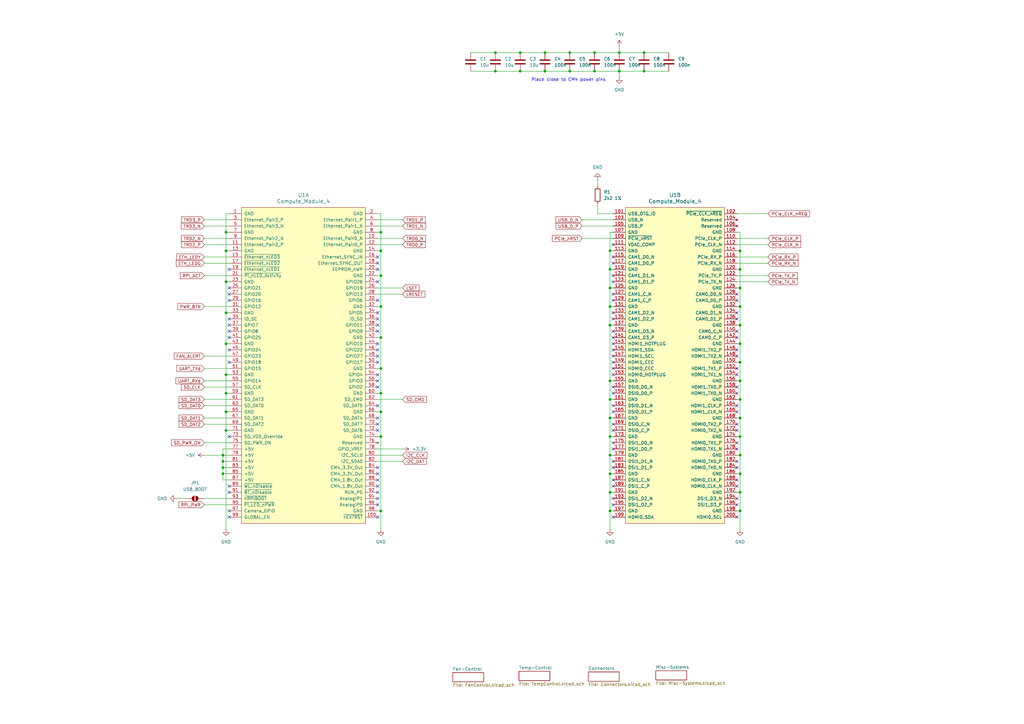
<source format=kicad_sch>
(kicad_sch (version 20231120) (generator "eeschema") (generator_version "8.0")
  (paper "A3")
  (title_block (title "JBOD RPi CM4 Control Board - CM4") (date "2024-10-05") (rev "1") (company "N3ttX"))
  (lib_symbols
    (symbol "Custom_Symbols:Compute_Module_4" (pin_names (offset 1.016))
      (property "Reference" "U" (at 5.08 6.35 0))
      (property "Value" "Compute_Module_4" (at 5.08 3.81 0))
      (symbol "Compute_Module_4_1_1"
        (rectangle (start 5.08 2.54) (end 55.88 -127) (fill (type background)))
        (pin power_in line (at 0 0 0) (length 5.08) (name "GND") (number "1"))
        (pin passive line (at 60.96 -10.16 180) (length 5.08) (name "Ethernet_Pair0_N") (number "10"))
        (pin output line (at 60.96 -124.46 180) (length 5.08) (name "~{nEXTRST}") (number "100"))
        (pin passive line (at 0 -12.7 0) (length 5.08) (name "Ethernet_Pair2_P") (number "11"))
        (pin passive line (at 60.96 -12.7 180) (length 5.08) (name "Ethernet_Pair0_P") (number "12"))
        (pin power_in line (at 0 -15.24 0) (length 5.08) (name "GND") (number "13"))
        (pin power_in line (at 60.96 -15.24 180) (length 5.08) (name "GND") (number "14"))
        (pin output line (at 0 -17.78 0) (length 5.08) (name "~{Ethernet_nLED3}") (number "15"))
        (pin input line (at 60.96 -17.78 180) (length 5.08) (name "Ethernet_SYNC_IN") (number "16"))
        (pin output line (at 0 -20.32 0) (length 5.08) (name "~{Ethernet_nLED2}") (number "17"))
        (pin input line (at 60.96 -20.32 180) (length 5.08) (name "Ethernet_SYNC_OUT") (number "18"))
        (pin output line (at 0 -22.86 0) (length 5.08) (name "~{Ethernet_nLED1}") (number "19"))
        (pin power_in line (at 60.96 0 180) (length 5.08) (name "GND") (number "2"))
        (pin passive line (at 60.96 -22.86 180) (length 5.08) (name "EEPROM_nWP") (number "20"))
        (pin open_collector line (at 0 -25.4 0) (length 5.08) (name "~{Pi_nLED_Activity}") (number "21"))
        (pin power_in line (at 60.96 -25.4 180) (length 5.08) (name "GND") (number "22"))
        (pin power_in line (at 0 -27.94 0) (length 5.08) (name "GND") (number "23"))
        (pin passive line (at 60.96 -27.94 180) (length 5.08) (name "GPIO26") (number "24"))
        (pin passive line (at 0 -30.48 0) (length 5.08) (name "GPIO21") (number "25"))
        (pin passive line (at 60.96 -30.48 180) (length 5.08) (name "GPIO19") (number "26"))
        (pin passive line (at 0 -33.02 0) (length 5.08) (name "GPIO20") (number "27"))
        (pin passive line (at 60.96 -33.02 180) (length 5.08) (name "GPIO13") (number "28"))
        (pin passive line (at 0 -35.56 0) (length 5.08) (name "GPIO16") (number "29"))
        (pin passive line (at 0 -2.54 0) (length 5.08) (name "Ethernet_Pair3_P") (number "3"))
        (pin passive line (at 60.96 -35.56 180) (length 5.08) (name "GPIO6") (number "30"))
        (pin passive line (at 0 -38.1 0) (length 5.08) (name "GPIO12") (number "31"))
        (pin power_in line (at 60.96 -38.1 180) (length 5.08) (name "GND") (number "32"))
        (pin power_in line (at 0 -40.64 0) (length 5.08) (name "GND") (number "33"))
        (pin passive line (at 60.96 -40.64 180) (length 5.08) (name "GPIO5") (number "34"))
        (pin passive line (at 0 -43.18 0) (length 5.08) (name "ID_SC") (number "35"))
        (pin passive line (at 60.96 -43.18 180) (length 5.08) (name "ID_SD") (number "36"))
        (pin passive line (at 0 -45.72 0) (length 5.08) (name "GPIO7") (number "37"))
        (pin passive line (at 60.96 -45.72 180) (length 5.08) (name "GPIO11") (number "38"))
        (pin passive line (at 0 -48.26 0) (length 5.08) (name "GPIO8") (number "39"))
        (pin passive line (at 60.96 -2.54 180) (length 5.08) (name "Ethernet_Pair1_P") (number "4"))
        (pin passive line (at 60.96 -48.26 180) (length 5.08) (name "GPIO9") (number "40"))
        (pin passive line (at 0 -50.8 0) (length 5.08) (name "GPIO25") (number "41"))
        (pin power_in line (at 60.96 -50.8 180) (length 5.08) (name "GND") (number "42"))
        (pin power_in line (at 0 -53.34 0) (length 5.08) (name "GND") (number "43"))
        (pin passive line (at 60.96 -53.34 180) (length 5.08) (name "GPIO10") (number "44"))
        (pin passive line (at 0 -55.88 0) (length 5.08) (name "GPIO24") (number "45"))
        (pin passive line (at 60.96 -55.88 180) (length 5.08) (name "GPIO22") (number "46"))
        (pin passive line (at 0 -58.42 0) (length 5.08) (name "GPIO23") (number "47"))
        (pin passive line (at 60.96 -58.42 180) (length 5.08) (name "GPIO27") (number "48"))
        (pin passive line (at 0 -60.96 0) (length 5.08) (name "GPIO18") (number "49"))
        (pin passive line (at 0 -5.08 0) (length 5.08) (name "Ethernet_Pair3_N") (number "5"))
        (pin passive line (at 60.96 -60.96 180) (length 5.08) (name "GPIO17") (number "50"))
        (pin passive line (at 0 -63.5 0) (length 5.08) (name "GPIO15") (number "51"))
        (pin power_in line (at 60.96 -63.5 180) (length 5.08) (name "GND") (number "52"))
        (pin power_in line (at 0 -66.04 0) (length 5.08) (name "GND") (number "53"))
        (pin passive line (at 60.96 -66.04 180) (length 5.08) (name "GPIO4") (number "54"))
        (pin passive line (at 0 -68.58 0) (length 5.08) (name "GPIO14") (number "55"))
        (pin passive line (at 60.96 -68.58 180) (length 5.08) (name "GPIO3") (number "56"))
        (pin passive line (at 0 -71.12 0) (length 5.08) (name "SD_CLK") (number "57"))
        (pin passive line (at 60.96 -71.12 180) (length 5.08) (name "GPIO2") (number "58"))
        (pin power_in line (at 0 -73.66 0) (length 5.08) (name "GND") (number "59"))
        (pin passive line (at 60.96 -5.08 180) (length 5.08) (name "Ethernet_Pair1_N") (number "6"))
        (pin power_in line (at 60.96 -73.66 180) (length 5.08) (name "GND") (number "60"))
        (pin passive line (at 0 -76.2 0) (length 5.08) (name "SD_DAT3") (number "61"))
        (pin passive line (at 60.96 -76.2 180) (length 5.08) (name "SD_CMD") (number "62"))
        (pin passive line (at 0 -78.74 0) (length 5.08) (name "SD_DAT0") (number "63"))
        (pin passive line (at 60.96 -78.74 180) (length 5.08) (name "SD_DAT5") (number "64"))
        (pin power_in line (at 0 -81.28 0) (length 5.08) (name "GND") (number "65"))
        (pin power_in line (at 60.96 -81.28 180) (length 5.08) (name "GND") (number "66"))
        (pin passive line (at 0 -83.82 0) (length 5.08) (name "SD_DAT1") (number "67"))
        (pin passive line (at 60.96 -83.82 180) (length 5.08) (name "SD_DAT4") (number "68"))
        (pin passive line (at 0 -86.36 0) (length 5.08) (name "SD_DAT2") (number "69"))
        (pin power_in line (at 0 -7.62 0) (length 5.08) (name "GND") (number "7"))
        (pin passive line (at 60.96 -86.36 180) (length 5.08) (name "SD_DAT7") (number "70"))
        (pin power_in line (at 0 -88.9 0) (length 5.08) (name "GND") (number "71"))
        (pin passive line (at 60.96 -88.9 180) (length 5.08) (name "SD_DAT6") (number "72"))
        (pin input line (at 0 -91.44 0) (length 5.08) (name "SD_VDD_Override") (number "73"))
        (pin power_in line (at 60.96 -91.44 180) (length 5.08) (name "GND") (number "74"))
        (pin output line (at 0 -93.98 0) (length 5.08) (name "SD_PWR_ON") (number "75"))
        (pin no_connect line (at 60.96 -93.98 180) (length 5.08) (name "Reserved") (number "76"))
        (pin power_in line (at 0 -96.52 0) (length 5.08) (name "+5V") (number "77"))
        (pin power_in line (at 60.96 -96.52 180) (length 5.08) (name "GPIO_VREF") (number "78"))
        (pin power_in line (at 0 -99.06 0) (length 5.08) (name "+5V") (number "79"))
        (pin power_in line (at 60.96 -7.62 180) (length 5.08) (name "GND") (number "8"))
        (pin bidirectional line (at 60.96 -99.06 180) (length 5.08) (name "I2C_SCL0") (number "80"))
        (pin power_in line (at 0 -101.6 0) (length 5.08) (name "+5V") (number "81"))
        (pin bidirectional line (at 60.96 -101.6 180) (length 5.08) (name "I2C_SDA0") (number "82"))
        (pin power_in line (at 0 -104.14 0) (length 5.08) (name "+5V") (number "83"))
        (pin power_out line (at 60.96 -104.14 180) (length 5.08) (name "CM4_3.3V_Out") (number "84"))
        (pin power_in line (at 0 -106.68 0) (length 5.08) (name "+5V") (number "85"))
        (pin power_out line (at 60.96 -106.68 180) (length 5.08) (name "CM4_3.3V_Out") (number "86"))
        (pin power_in line (at 0 -109.22 0) (length 5.08) (name "+5V") (number "87"))
        (pin power_out line (at 60.96 -109.22 180) (length 5.08) (name "CM4_1.8V_Out") (number "88"))
        (pin input line (at 0 -111.76 0) (length 5.08) (name "~{WL_nDisable}") (number "89"))
        (pin passive line (at 0 -10.16 0) (length 5.08) (name "Ethernet_Pair2_N") (number "9"))
        (pin power_out line (at 60.96 -111.76 180) (length 5.08) (name "CM4_1.8V_Out") (number "90"))
        (pin input line (at 0 -114.3 0) (length 5.08) (name "~{BT_nDisable}") (number "91"))
        (pin passive line (at 60.96 -114.3 180) (length 5.08) (name "RUN_PG") (number "92"))
        (pin input line (at 0 -116.84 0) (length 5.08) (name "~{nRPIBOOT}") (number "93"))
        (pin passive line (at 60.96 -116.84 180) (length 5.08) (name "AnalogIP1") (number "94"))
        (pin output line (at 0 -119.38 0) (length 5.08) (name "~{PI_LED_nPWR}") (number "95"))
        (pin passive line (at 60.96 -119.38 180) (length 5.08) (name "AnalogIP0") (number "96"))
        (pin passive line (at 0 -121.92 0) (length 5.08) (name "Camera_GPIO") (number "97"))
        (pin power_in line (at 60.96 -121.92 180) (length 5.08) (name "GND") (number "98"))
        (pin input line (at 0 -124.46 0) (length 5.08) (name "GLOBAL_EN") (number "99"))
      )
      (symbol "Compute_Module_4_2_1"
        (rectangle (start 5.08 2.54) (end 45.72 -127) (fill (type background)))
        (pin input line (at 0 0 0) (length 5.08) (name "USB_OTG_ID") (number "101"))
        (pin input line (at 50.8 0 180) (length 5.08) (name "~{PCIe_CLK_nREQ}") (number "102"))
        (pin passive line (at 0 -2.54 0) (length 5.08) (name "USB_N") (number "103"))
        (pin no_connect line (at 50.8 -2.54 180) (length 5.08) (name "Reserved") (number "104"))
        (pin passive line (at 0 -5.08 0) (length 5.08) (name "USB_P") (number "105"))
        (pin no_connect line (at 50.8 -5.08 180) (length 5.08) (name "Reserved") (number "106"))
        (pin power_in line (at 0 -7.62 0) (length 5.08) (name "GND") (number "107"))
        (pin power_in line (at 50.8 -7.62 180) (length 5.08) (name "GND") (number "108"))
        (pin output line (at 0 -10.16 0) (length 5.08) (name "~{PCIe_nRST}") (number "109"))
        (pin output line (at 50.8 -10.16 180) (length 5.08) (name "PCIe_CLK_P") (number "110"))
        (pin output line (at 0 -12.7 0) (length 5.08) (name "VDAC_COMP") (number "111"))
        (pin output line (at 50.8 -12.7 180) (length 5.08) (name "PCIe_CLK_N") (number "112"))
        (pin power_in line (at 0 -15.24 0) (length 5.08) (name "GND") (number "113"))
        (pin power_in line (at 50.8 -15.24 180) (length 5.08) (name "GND") (number "114"))
        (pin input line (at 0 -17.78 0) (length 5.08) (name "CAM1_D0_N") (number "115"))
        (pin input line (at 50.8 -17.78 180) (length 5.08) (name "PCIe_RX_P") (number "116"))
        (pin input line (at 0 -20.32 0) (length 5.08) (name "CAM1_D0_P") (number "117"))
        (pin input line (at 50.8 -20.32 180) (length 5.08) (name "PCIe_RX_N") (number "118"))
        (pin power_in line (at 0 -22.86 0) (length 5.08) (name "GND") (number "119"))
        (pin power_in line (at 50.8 -22.86 180) (length 5.08) (name "GND") (number "120"))
        (pin input line (at 0 -25.4 0) (length 5.08) (name "CAM1_D1_N") (number "121"))
        (pin output line (at 50.8 -25.4 180) (length 5.08) (name "PCIe_TX_P") (number "122"))
        (pin input line (at 0 -27.94 0) (length 5.08) (name "CAM1_D1_P") (number "123"))
        (pin output line (at 50.8 -27.94 180) (length 5.08) (name "PCIe_TX_N") (number "124"))
        (pin power_in line (at 0 -30.48 0) (length 5.08) (name "GND") (number "125"))
        (pin power_in line (at 50.8 -30.48 180) (length 5.08) (name "GND") (number "126"))
        (pin input line (at 0 -33.02 0) (length 5.08) (name "CAM1_C_N") (number "127"))
        (pin input line (at 50.8 -33.02 180) (length 5.08) (name "CAM0_D0_N") (number "128"))
        (pin input line (at 0 -35.56 0) (length 5.08) (name "CAM1_C_P") (number "129"))
        (pin input line (at 50.8 -35.56 180) (length 5.08) (name "CAM0_D0_P") (number "130"))
        (pin power_in line (at 0 -38.1 0) (length 5.08) (name "GND") (number "131"))
        (pin power_in line (at 50.8 -38.1 180) (length 5.08) (name "GND") (number "132"))
        (pin input line (at 0 -40.64 0) (length 5.08) (name "CAM1_D2_N") (number "133"))
        (pin input line (at 50.8 -40.64 180) (length 5.08) (name "CAM0_D1_N") (number "134"))
        (pin input line (at 0 -43.18 0) (length 5.08) (name "CAM1_D2_P") (number "135"))
        (pin input line (at 50.8 -43.18 180) (length 5.08) (name "CAM0_D1_P") (number "136"))
        (pin power_in line (at 0 -45.72 0) (length 5.08) (name "GND") (number "137"))
        (pin power_in line (at 50.8 -45.72 180) (length 5.08) (name "GND") (number "138"))
        (pin input line (at 0 -48.26 0) (length 5.08) (name "CAM1_D3_N") (number "139"))
        (pin input line (at 50.8 -48.26 180) (length 5.08) (name "CAM0_C_N") (number "140"))
        (pin input line (at 0 -50.8 0) (length 5.08) (name "CAM1_D3_P") (number "141"))
        (pin input line (at 50.8 -50.8 180) (length 5.08) (name "CAM0_C_P") (number "142"))
        (pin input line (at 0 -53.34 0) (length 5.08) (name "HDMI1_HOTPLUG") (number "143"))
        (pin power_in line (at 50.8 -53.34 180) (length 5.08) (name "GND") (number "144"))
        (pin bidirectional line (at 0 -55.88 0) (length 5.08) (name "HDMI1_SDA") (number "145"))
        (pin output line (at 50.8 -55.88 180) (length 5.08) (name "HDMI1_TX2_P") (number "146"))
        (pin open_collector line (at 0 -58.42 0) (length 5.08) (name "HDMI1_SCL") (number "147"))
        (pin output line (at 50.8 -58.42 180) (length 5.08) (name "HDMI1_TX2_N") (number "148"))
        (pin open_collector line (at 0 -60.96 0) (length 5.08) (name "HDMI1_CEC") (number "149"))
        (pin power_in line (at 50.8 -60.96 180) (length 5.08) (name "GND") (number "150"))
        (pin open_collector line (at 0 -63.5 0) (length 5.08) (name "HDMI0_CEC") (number "151"))
        (pin output line (at 50.8 -63.5 180) (length 5.08) (name "HDMI1_TX1_P") (number "152"))
        (pin input line (at 0 -66.04 0) (length 5.08) (name "HDMI0_HOTPLUG") (number "153"))
        (pin output line (at 50.8 -66.04 180) (length 5.08) (name "HDMI1_TX1_N") (number "154"))
        (pin power_in line (at 0 -68.58 0) (length 5.08) (name "GND") (number "155"))
        (pin power_in line (at 50.8 -68.58 180) (length 5.08) (name "GND") (number "156"))
        (pin output line (at 0 -71.12 0) (length 5.08) (name "DSI0_D0_N") (number "157"))
        (pin output line (at 50.8 -71.12 180) (length 5.08) (name "HDMI1_TX0_P") (number "158"))
        (pin output line (at 0 -73.66 0) (length 5.08) (name "DSI0_D0_P") (number "159"))
        (pin output line (at 50.8 -73.66 180) (length 5.08) (name "HDMI1_TX0_N") (number "160"))
        (pin power_in line (at 0 -76.2 0) (length 5.08) (name "GND") (number "161"))
        (pin power_in line (at 50.8 -76.2 180) (length 5.08) (name "GND") (number "162"))
        (pin output line (at 0 -78.74 0) (length 5.08) (name "DSI0_D1_N") (number "163"))
        (pin output line (at 50.8 -78.74 180) (length 5.08) (name "HDMI1_CLK_P") (number "164"))
        (pin output line (at 0 -81.28 0) (length 5.08) (name "DSI0_D1_P") (number "165"))
        (pin output line (at 50.8 -81.28 180) (length 5.08) (name "HDMI1_CLK_N") (number "166"))
        (pin power_in line (at 0 -83.82 0) (length 5.08) (name "GND") (number "167"))
        (pin power_in line (at 50.8 -83.82 180) (length 5.08) (name "GND") (number "168"))
        (pin output line (at 0 -86.36 0) (length 5.08) (name "DSI0_C_N") (number "169"))
        (pin output line (at 50.8 -86.36 180) (length 5.08) (name "HDMI0_TX2_P") (number "170"))
        (pin output line (at 0 -88.9 0) (length 5.08) (name "DSI0_C_P") (number "171"))
        (pin output line (at 50.8 -88.9 180) (length 5.08) (name "HDMI0_TX2_N") (number "172"))
        (pin power_in line (at 0 -91.44 0) (length 5.08) (name "GND") (number "173"))
        (pin power_in line (at 50.8 -91.44 180) (length 5.08) (name "GND") (number "174"))
        (pin output line (at 0 -93.98 0) (length 5.08) (name "DSI1_D0_N") (number "175"))
        (pin output line (at 50.8 -93.98 180) (length 5.08) (name "HDMI0_TX1_P") (number "176"))
        (pin output line (at 0 -96.52 0) (length 5.08) (name "DSI1_D0_P") (number "177"))
        (pin output line (at 50.8 -96.52 180) (length 5.08) (name "HDMI0_TX1_N") (number "178"))
        (pin power_in line (at 0 -99.06 0) (length 5.08) (name "GND") (number "179"))
        (pin power_in line (at 50.8 -99.06 180) (length 5.08) (name "GND") (number "180"))
        (pin output line (at 0 -101.6 0) (length 5.08) (name "DSI1_D1_N") (number "181"))
        (pin output line (at 50.8 -101.6 180) (length 5.08) (name "HDMI0_TX0_P") (number "182"))
        (pin output line (at 0 -104.14 0) (length 5.08) (name "DSI1_D1_P") (number "183"))
        (pin output line (at 50.8 -104.14 180) (length 5.08) (name "HDMI0_TX0_N") (number "184"))
        (pin power_in line (at 0 -106.68 0) (length 5.08) (name "GND") (number "185"))
        (pin power_in line (at 50.8 -106.68 180) (length 5.08) (name "GND") (number "186"))
        (pin output line (at 0 -109.22 0) (length 5.08) (name "DSI1_C_N") (number "187"))
        (pin output line (at 50.8 -109.22 180) (length 5.08) (name "HDMI0_CLK_P") (number "188"))
        (pin output line (at 0 -111.76 0) (length 5.08) (name "DSI1_C_P") (number "189"))
        (pin output line (at 50.8 -111.76 180) (length 5.08) (name "HDMI0_CLK_N") (number "190"))
        (pin power_in line (at 0 -114.3 0) (length 5.08) (name "GND") (number "191"))
        (pin power_in line (at 50.8 -114.3 180) (length 5.08) (name "GND") (number "192"))
        (pin output line (at 0 -116.84 0) (length 5.08) (name "DSI1_D2_N") (number "193"))
        (pin output line (at 50.8 -116.84 180) (length 5.08) (name "DSI1_D3_N") (number "194"))
        (pin output line (at 0 -119.38 0) (length 5.08) (name "DSI1_D2_P") (number "195"))
        (pin output line (at 50.8 -119.38 180) (length 5.08) (name "DSI1_D3_P") (number "196"))
        (pin power_in line (at 0 -121.92 0) (length 5.08) (name "GND") (number "197"))
        (pin power_in line (at 50.8 -121.92 180) (length 5.08) (name "GND") (number "198"))
        (pin bidirectional line (at 0 -124.46 0) (length 5.08) (name "HDMI0_SDA") (number "199"))
        (pin open_collector line (at 50.8 -124.46 180) (length 5.08) (name "HDMI0_SCL") (number "200"))
      )
    )
    (symbol "Device1:R" (pin_numbers hide) (pin_names (offset 0))
      (property "Reference" "R" (at 2.032 0 90))
      (property "Value" "R" (at 0 0 90))
      (symbol "R_0_1"
        (rectangle (start -1.016 -2.54) (end 1.016 2.54) (stroke (width 0.254)))
      )
      (symbol "R_1_1"
        (pin passive line (at 0 3.81 270) (length 1.27) (name "~") (number "1"))
        (pin passive line (at 0 -3.81 90) (length 1.27) (name "~") (number "2"))
      )
    )
    (symbol "Device:C" (pin_numbers hide) (pin_names (offset 0.254))
      (property "Reference" "C" (at 0.635 2.54 0))
      (property "Value" "C" (at 0.635 -2.54 0))
      (symbol "C_0_1"
        (polyline (pts (xy -2.032 -0.762) (xy 2.032 -0.762)) (stroke (width 0.508)))
        (polyline (pts (xy -2.032 0.762) (xy 2.032 0.762)) (stroke (width 0.508)))
      )
      (symbol "C_1_1"
        (pin passive line (at 0 3.81 270) (length 2.794) (name "~") (number "1"))
        (pin passive line (at 0 -3.81 90) (length 2.794) (name "~") (number "2"))
      )
    )
    (symbol "Jumper:SolderJumper_2_Open" (pin_numbers hide) (pin_names (offset 0) hide) (exclude_from_sim yes) (in_bom no)
      (property "Reference" "JP" (at 0 2.032 0))
      (property "Value" "SolderJumper_2_Open" (at 0 -2.54 0))
      (symbol "SolderJumper_2_Open_0_1"
        (arc (start -0.254 1.016) (mid -1.2656 0) (end -0.254 -1.016))
        (arc (start -0.254 1.016) (mid -1.2656 0) (end -0.254 -1.016) (fill (type outline)))
        (polyline (pts (xy -0.254 1.016) (xy -0.254 -1.016)))
        (polyline (pts (xy 0.254 1.016) (xy 0.254 -1.016)))
        (arc (start 0.254 -1.016) (mid 1.2656 0) (end 0.254 1.016))
        (arc (start 0.254 -1.016) (mid 1.2656 0) (end 0.254 1.016) (fill (type outline)))
      )
      (symbol "SolderJumper_2_Open_1_1"
        (pin passive line (at -3.81 0 0) (length 2.54) (name "A") (number "1"))
        (pin passive line (at 3.81 0 180) (length 2.54) (name "B") (number "2"))
      )
    )
    (symbol "power:+3.3V" (power) (pin_numbers hide) (pin_names (offset 0) hide)
      (property "Value" "+3.3V" (at 0 3.556 0))
      (symbol "+3.3V_0_1"
        (polyline (pts (xy -0.762 1.27) (xy 0 2.54)))
        (polyline (pts (xy 0 0) (xy 0 2.54)))
        (polyline (pts (xy 0 2.54) (xy 0.762 1.27)))
      )
      (symbol "+3.3V_1_1"
        (pin power_in line (at 0 0 90) (length 0) (name "~") (number "1"))
      )
    )
    (symbol "power:+5V" (power) (pin_numbers hide) (pin_names (offset 0) hide)
      (property "Value" "+5V" (at 0 3.556 0))
      (symbol "+5V_0_1"
        (polyline (pts (xy -0.762 1.27) (xy 0 2.54)))
        (polyline (pts (xy 0 0) (xy 0 2.54)))
        (polyline (pts (xy 0 2.54) (xy 0.762 1.27)))
      )
      (symbol "+5V_1_1"
        (pin power_in line (at 0 0 90) (length 0) (name "~") (number "1"))
      )
    )
    (symbol "power:GND" (power) (pin_numbers hide) (pin_names (offset 0) hide)
      (property "Value" "GND" (at 0 -3.81 0))
      (symbol "GND_0_1"
        (polyline (pts (xy 0 0) (xy 0 -1.27) (xy 1.27 -1.27) (xy 0 -2.54) (xy -1.27 -1.27) (xy 0 -1.27)))
      )
      (symbol "GND_1_1"
        (pin power_in line (at 0 0 270) (length 0) (name "~") (number "1"))
      )
    )
  )
  (junction (at 303.53 179.07))
  (junction (at 91.44 191.77))
  (junction (at 250.19 194.31))
  (junction (at 250.19 209.55))
  (junction (at 92.71 102.87))
  (junction (at 303.53 118.11))
  (junction (at 156.21 95.25))
  (junction (at 243.84 21.59))
  (junction (at 303.53 133.35))
  (junction (at 303.53 186.69))
  (junction (at 250.19 156.21))
  (junction (at 303.53 163.83))
  (junction (at 303.53 209.55))
  (junction (at 303.53 110.49))
  (junction (at 156.21 179.07))
  (junction (at 213.36 29.21))
  (junction (at 156.21 161.29))
  (junction (at 250.19 163.83))
  (junction (at 250.19 125.73))
  (junction (at 264.16 29.21))
  (junction (at 250.19 110.49))
  (junction (at 156.21 138.43))
  (junction (at 92.71 95.25))
  (junction (at 303.53 194.31))
  (junction (at 264.16 21.59))
  (junction (at 250.19 201.93))
  (junction (at 303.53 102.87))
  (junction (at 92.71 168.91))
  (junction (at 250.19 186.69))
  (junction (at 303.53 148.59))
  (junction (at 91.44 194.31))
  (junction (at 156.21 125.73))
  (junction (at 250.19 171.45))
  (junction (at 91.44 186.69))
  (junction (at 92.71 161.29))
  (junction (at 254 21.59))
  (junction (at 92.71 115.57))
  (junction (at 303.53 140.97))
  (junction (at 92.71 140.97))
  (junction (at 223.52 29.21))
  (junction (at 156.21 151.13))
  (junction (at 92.71 176.53))
  (junction (at 203.2 29.21))
  (junction (at 250.19 118.11))
  (junction (at 156.21 102.87))
  (junction (at 156.21 209.55))
  (junction (at 303.53 125.73))
  (junction (at 92.71 128.27))
  (junction (at 92.71 153.67))
  (junction (at 250.19 179.07))
  (junction (at 243.84 29.21))
  (junction (at 203.2 21.59))
  (junction (at 223.52 21.59))
  (junction (at 156.21 113.03))
  (junction (at 254 29.21))
  (junction (at 213.36 21.59))
  (junction (at 91.44 189.23))
  (junction (at 250.19 133.35))
  (junction (at 303.53 156.21))
  (junction (at 250.19 102.87))
  (junction (at 156.21 168.91))
  (junction (at 233.68 29.21))
  (junction (at 233.68 21.59))
  (junction (at 303.53 171.45))
  (junction (at 303.53 201.93))
  (no_connect (at 302.26 128.27))
  (no_connect (at 93.98 212.09))
  (no_connect (at 302.26 146.05))
  (no_connect (at 154.94 194.31))
  (no_connect (at 154.94 158.75))
  (no_connect (at 154.94 173.99))
  (no_connect (at 93.98 209.55))
  (no_connect (at 251.46 146.05))
  (no_connect (at 251.46 161.29))
  (no_connect (at 302.26 199.39))
  (no_connect (at 154.94 107.95))
  (no_connect (at 302.26 191.77))
  (no_connect (at 154.94 156.21))
  (no_connect (at 251.46 184.15))
  (no_connect (at 251.46 151.13))
  (no_connect (at 251.46 123.19))
  (no_connect (at 251.46 207.01))
  (no_connect (at 302.26 173.99))
  (no_connect (at 93.98 138.43))
  (no_connect (at 302.26 153.67))
  (no_connect (at 154.94 128.27))
  (no_connect (at 302.26 176.53))
  (no_connect (at 251.46 148.59))
  (no_connect (at 251.46 113.03))
  (no_connect (at 251.46 105.41))
  (no_connect (at 154.94 201.93))
  (no_connect (at 302.26 212.09))
  (no_connect (at 154.94 207.01))
  (no_connect (at 154.94 153.67))
  (no_connect (at 154.94 130.81))
  (no_connect (at 251.46 176.53))
  (no_connect (at 251.46 166.37))
  (no_connect (at 302.26 161.29))
  (no_connect (at 251.46 130.81))
  (no_connect (at 154.94 204.47))
  (no_connect (at 251.46 196.85))
  (no_connect (at 154.94 105.41))
  (no_connect (at 154.94 148.59))
  (no_connect (at 93.98 199.39))
  (no_connect (at 154.94 191.77))
  (no_connect (at 251.46 191.77))
  (no_connect (at 93.98 148.59))
  (no_connect (at 154.94 135.89))
  (no_connect (at 154.94 166.37))
  (no_connect (at 302.26 151.13))
  (no_connect (at 251.46 204.47))
  (no_connect (at 93.98 120.65))
  (no_connect (at 251.46 128.27))
  (no_connect (at 302.26 123.19))
  (no_connect (at 302.26 196.85))
  (no_connect (at 251.46 120.65))
  (no_connect (at 302.26 138.43))
  (no_connect (at 93.98 110.49))
  (no_connect (at 251.46 199.39))
  (no_connect (at 302.26 120.65))
  (no_connect (at 251.46 189.23))
  (no_connect (at 154.94 199.39))
  (no_connect (at 154.94 171.45))
  (no_connect (at 251.46 181.61))
  (no_connect (at 154.94 146.05))
  (no_connect (at 302.26 184.15))
  (no_connect (at 154.94 123.19))
  (no_connect (at 93.98 133.35))
  (no_connect (at 302.26 158.75))
  (no_connect (at 93.98 118.11))
  (no_connect (at 302.26 168.91))
  (no_connect (at 251.46 138.43))
  (no_connect (at 251.46 212.09))
  (no_connect (at 93.98 201.93))
  (no_connect (at 93.98 135.89))
  (no_connect (at 154.94 140.97))
  (no_connect (at 302.26 135.89))
  (no_connect (at 251.46 143.51))
  (no_connect (at 251.46 158.75))
  (no_connect (at 154.94 133.35))
  (no_connect (at 154.94 176.53))
  (no_connect (at 154.94 115.57))
  (no_connect (at 154.94 196.85))
  (no_connect (at 302.26 181.61))
  (no_connect (at 154.94 212.09))
  (no_connect (at 302.26 130.81))
  (no_connect (at 302.26 166.37))
  (no_connect (at 154.94 143.51))
  (no_connect (at 93.98 143.51))
  (no_connect (at 251.46 115.57))
  (no_connect (at 93.98 179.07))
  (no_connect (at 251.46 173.99))
  (no_connect (at 251.46 100.33))
  (no_connect (at 302.26 207.01))
  (no_connect (at 93.98 130.81))
  (no_connect (at 251.46 107.95))
  (no_connect (at 154.94 110.49))
  (no_connect (at 302.26 189.23))
  (no_connect (at 302.26 204.47))
  (no_connect (at 302.26 143.51))
  (no_connect (at 251.46 153.67))
  (no_connect (at 251.46 168.91))
  (no_connect (at 251.46 140.97))
  (no_connect (at 251.46 135.89))
  (no_connect (at 93.98 123.19))
  (wire (pts (xy 193.04 29.21) (xy 203.2 29.21)))
  (wire (pts (xy 156.21 168.91) (xy 154.94 168.91)))
  (wire (pts (xy 243.84 21.59) (xy 254 21.59)))
  (wire (pts (xy 238.76 90.17) (xy 251.46 90.17)))
  (wire (pts (xy 254 29.21) (xy 254 31.75)))
  (wire (pts (xy 250.19 110.49) (xy 250.19 102.87)))
  (wire (pts (xy 91.44 194.31) (xy 91.44 196.85)))
  (wire (pts (xy 83.82 156.21) (xy 93.98 156.21)))
  (wire (pts (xy 92.71 161.29) (xy 92.71 153.67)))
  (wire (pts (xy 203.2 21.59) (xy 213.36 21.59)))
  (wire (pts (xy 250.19 156.21) (xy 251.46 156.21)))
  (wire (pts (xy 250.19 125.73) (xy 250.19 118.11)))
  (wire (pts (xy 303.53 125.73) (xy 303.53 118.11)))
  (wire (pts (xy 245.11 83.82) (xy 245.11 87.63)))
  (wire (pts (xy 302.26 100.33) (xy 314.96 100.33)))
  (wire (pts (xy 250.19 110.49) (xy 251.46 110.49)))
  (wire (pts (xy 303.53 118.11) (xy 303.53 110.49)))
  (wire (pts (xy 303.53 186.69) (xy 303.53 179.07)))
  (wire (pts (xy 156.21 151.13) (xy 156.21 138.43)))
  (wire (pts (xy 245.11 87.63) (xy 251.46 87.63)))
  (wire (pts (xy 156.21 161.29) (xy 154.94 161.29)))
  (wire (pts (xy 250.19 201.93) (xy 250.19 194.31)))
  (wire (pts (xy 254 21.59) (xy 264.16 21.59)))
  (wire (pts (xy 303.53 171.45) (xy 303.53 163.83)))
  (wire (pts (xy 203.2 29.21) (xy 213.36 29.21)))
  (wire (pts (xy 156.21 113.03) (xy 156.21 102.87)))
  (wire (pts (xy 302.26 156.21) (xy 303.53 156.21)))
  (wire (pts (xy 72.39 204.47) (xy 76.2 204.47)))
  (wire (pts (xy 264.16 21.59) (xy 274.32 21.59)))
  (wire (pts (xy 156.21 125.73) (xy 154.94 125.73)))
  (wire (pts (xy 302.26 186.69) (xy 303.53 186.69)))
  (wire (pts (xy 303.53 102.87) (xy 303.53 95.25)))
  (wire (pts (xy 154.94 118.11) (xy 165.1 118.11)))
  (wire (pts (xy 250.19 209.55) (xy 250.19 201.93)))
  (wire (pts (xy 154.94 100.33) (xy 165.1 100.33)))
  (wire (pts (xy 83.82 125.73) (xy 93.98 125.73)))
  (wire (pts (xy 91.44 191.77) (xy 93.98 191.77)))
  (wire (pts (xy 193.04 21.59) (xy 203.2 21.59)))
  (wire (pts (xy 92.71 140.97) (xy 93.98 140.97)))
  (wire (pts (xy 92.71 168.91) (xy 92.71 161.29)))
  (wire (pts (xy 92.71 176.53) (xy 92.71 168.91)))
  (wire (pts (xy 238.76 92.71) (xy 251.46 92.71)))
  (wire (pts (xy 92.71 128.27) (xy 93.98 128.27)))
  (wire (pts (xy 303.53 194.31) (xy 303.53 186.69)))
  (wire (pts (xy 83.82 105.41) (xy 93.98 105.41)))
  (wire (pts (xy 83.82 92.71) (xy 93.98 92.71)))
  (wire (pts (xy 91.44 189.23) (xy 91.44 191.77)))
  (wire (pts (xy 83.82 113.03) (xy 93.98 113.03)))
  (wire (pts (xy 92.71 102.87) (xy 93.98 102.87)))
  (wire (pts (xy 156.21 161.29) (xy 156.21 151.13)))
  (wire (pts (xy 91.44 186.69) (xy 93.98 186.69)))
  (wire (pts (xy 302.26 115.57) (xy 314.96 115.57)))
  (wire (pts (xy 156.21 87.63) (xy 154.94 87.63)))
  (wire (pts (xy 250.19 194.31) (xy 250.19 186.69)))
  (wire (pts (xy 92.71 168.91) (xy 93.98 168.91)))
  (wire (pts (xy 254 19.05) (xy 254 21.59)))
  (wire (pts (xy 302.26 118.11) (xy 303.53 118.11)))
  (wire (pts (xy 156.21 95.25) (xy 154.94 95.25)))
  (wire (pts (xy 250.19 179.07) (xy 251.46 179.07)))
  (wire (pts (xy 154.94 186.69) (xy 165.1 186.69)))
  (wire (pts (xy 83.82 204.47) (xy 93.98 204.47)))
  (wire (pts (xy 83.82 207.01) (xy 93.98 207.01)))
  (wire (pts (xy 156.21 113.03) (xy 154.94 113.03)))
  (wire (pts (xy 233.68 21.59) (xy 243.84 21.59)))
  (wire (pts (xy 302.26 133.35) (xy 303.53 133.35)))
  (wire (pts (xy 302.26 179.07) (xy 303.53 179.07)))
  (wire (pts (xy 303.53 201.93) (xy 303.53 194.31)))
  (wire (pts (xy 83.82 158.75) (xy 93.98 158.75)))
  (wire (pts (xy 156.21 102.87) (xy 156.21 95.25)))
  (wire (pts (xy 213.36 29.21) (xy 223.52 29.21)))
  (wire (pts (xy 250.19 118.11) (xy 250.19 110.49)))
  (wire (pts (xy 250.19 179.07) (xy 250.19 171.45)))
  (wire (pts (xy 154.94 120.65) (xy 165.1 120.65)))
  (wire (pts (xy 156.21 95.25) (xy 156.21 87.63)))
  (wire (pts (xy 250.19 194.31) (xy 251.46 194.31)))
  (wire (pts (xy 250.19 95.25) (xy 251.46 95.25)))
  (wire (pts (xy 92.71 95.25) (xy 93.98 95.25)))
  (wire (pts (xy 213.36 21.59) (xy 223.52 21.59)))
  (wire (pts (xy 92.71 140.97) (xy 92.71 128.27)))
  (wire (pts (xy 83.82 163.83) (xy 93.98 163.83)))
  (wire (pts (xy 303.53 140.97) (xy 303.53 133.35)))
  (wire (pts (xy 83.82 181.61) (xy 93.98 181.61)))
  (wire (pts (xy 156.21 125.73) (xy 156.21 113.03)))
  (wire (pts (xy 302.26 148.59) (xy 303.53 148.59)))
  (wire (pts (xy 303.53 163.83) (xy 303.53 156.21)))
  (wire (pts (xy 302.26 171.45) (xy 303.53 171.45)))
  (wire (pts (xy 83.82 90.17) (xy 93.98 90.17)))
  (wire (pts (xy 303.53 156.21) (xy 303.53 148.59)))
  (wire (pts (xy 303.53 179.07) (xy 303.53 171.45)))
  (wire (pts (xy 303.53 95.25) (xy 302.26 95.25)))
  (wire (pts (xy 156.21 179.07) (xy 156.21 168.91)))
  (wire (pts (xy 83.82 186.69) (xy 91.44 186.69)))
  (wire (pts (xy 303.53 110.49) (xy 303.53 102.87)))
  (wire (pts (xy 92.71 95.25) (xy 92.71 87.63)))
  (wire (pts (xy 250.19 171.45) (xy 251.46 171.45)))
  (wire (pts (xy 92.71 87.63) (xy 93.98 87.63)))
  (wire (pts (xy 91.44 191.77) (xy 91.44 194.31)))
  (wire (pts (xy 302.26 102.87) (xy 303.53 102.87)))
  (wire (pts (xy 156.21 168.91) (xy 156.21 161.29)))
  (wire (pts (xy 154.94 97.79) (xy 165.1 97.79)))
  (wire (pts (xy 154.94 90.17) (xy 165.1 90.17)))
  (wire (pts (xy 302.26 107.95) (xy 314.96 107.95)))
  (wire (pts (xy 250.19 186.69) (xy 251.46 186.69)))
  (wire (pts (xy 83.82 173.99) (xy 93.98 173.99)))
  (wire (pts (xy 156.21 138.43) (xy 156.21 125.73)))
  (wire (pts (xy 250.19 201.93) (xy 251.46 201.93)))
  (wire (pts (xy 254 29.21) (xy 264.16 29.21)))
  (wire (pts (xy 302.26 201.93) (xy 303.53 201.93)))
  (wire (pts (xy 92.71 102.87) (xy 92.71 95.25)))
  (wire (pts (xy 302.26 125.73) (xy 303.53 125.73)))
  (wire (pts (xy 303.53 217.17) (xy 303.53 209.55)))
  (wire (pts (xy 250.19 125.73) (xy 251.46 125.73)))
  (wire (pts (xy 250.19 102.87) (xy 250.19 95.25)))
  (wire (pts (xy 156.21 217.17) (xy 156.21 209.55)))
  (wire (pts (xy 302.26 87.63) (xy 314.96 87.63)))
  (wire (pts (xy 156.21 179.07) (xy 154.94 179.07)))
  (wire (pts (xy 92.71 128.27) (xy 92.71 115.57)))
  (wire (pts (xy 250.19 209.55) (xy 251.46 209.55)))
  (wire (pts (xy 92.71 217.17) (xy 92.71 176.53)))
  (wire (pts (xy 303.53 209.55) (xy 303.53 201.93)))
  (wire (pts (xy 243.84 29.21) (xy 254 29.21)))
  (wire (pts (xy 250.19 133.35) (xy 251.46 133.35)))
  (wire (pts (xy 91.44 196.85) (xy 93.98 196.85)))
  (wire (pts (xy 223.52 29.21) (xy 233.68 29.21)))
  (wire (pts (xy 250.19 163.83) (xy 250.19 156.21)))
  (wire (pts (xy 92.71 153.67) (xy 92.71 140.97)))
  (wire (pts (xy 264.16 29.21) (xy 274.32 29.21)))
  (wire (pts (xy 302.26 113.03) (xy 314.96 113.03)))
  (wire (pts (xy 233.68 29.21) (xy 243.84 29.21)))
  (wire (pts (xy 250.19 171.45) (xy 250.19 163.83)))
  (wire (pts (xy 302.26 163.83) (xy 303.53 163.83)))
  (wire (pts (xy 83.82 107.95) (xy 93.98 107.95)))
  (wire (pts (xy 303.53 148.59) (xy 303.53 140.97)))
  (wire (pts (xy 91.44 186.69) (xy 91.44 184.15)))
  (wire (pts (xy 250.19 133.35) (xy 250.19 125.73)))
  (wire (pts (xy 302.26 110.49) (xy 303.53 110.49)))
  (wire (pts (xy 156.21 138.43) (xy 154.94 138.43)))
  (wire (pts (xy 92.71 115.57) (xy 93.98 115.57)))
  (wire (pts (xy 250.19 163.83) (xy 251.46 163.83)))
  (wire (pts (xy 250.19 217.17) (xy 250.19 209.55)))
  (wire (pts (xy 156.21 102.87) (xy 154.94 102.87)))
  (wire (pts (xy 223.52 21.59) (xy 233.68 21.59)))
  (wire (pts (xy 156.21 209.55) (xy 154.94 209.55)))
  (wire (pts (xy 303.53 133.35) (xy 303.53 125.73)))
  (wire (pts (xy 92.71 176.53) (xy 93.98 176.53)))
  (wire (pts (xy 83.82 166.37) (xy 93.98 166.37)))
  (wire (pts (xy 83.82 171.45) (xy 93.98 171.45)))
  (wire (pts (xy 92.71 153.67) (xy 93.98 153.67)))
  (wire (pts (xy 302.26 97.79) (xy 314.96 97.79)))
  (wire (pts (xy 83.82 100.33) (xy 93.98 100.33)))
  (wire (pts (xy 92.71 115.57) (xy 92.71 102.87)))
  (wire (pts (xy 83.82 97.79) (xy 93.98 97.79)))
  (wire (pts (xy 302.26 194.31) (xy 303.53 194.31)))
  (wire (pts (xy 303.53 209.55) (xy 302.26 209.55)))
  (wire (pts (xy 245.11 73.66) (xy 245.11 76.2)))
  (wire (pts (xy 93.98 189.23) (xy 91.44 189.23)))
  (wire (pts (xy 154.94 189.23) (xy 165.1 189.23)))
  (wire (pts (xy 250.19 118.11) (xy 251.46 118.11)))
  (wire (pts (xy 83.82 146.05) (xy 93.98 146.05)))
  (wire (pts (xy 91.44 189.23) (xy 91.44 186.69)))
  (wire (pts (xy 250.19 186.69) (xy 250.19 179.07)))
  (wire (pts (xy 154.94 92.71) (xy 165.1 92.71)))
  (wire (pts (xy 156.21 151.13) (xy 154.94 151.13)))
  (wire (pts (xy 91.44 194.31) (xy 93.98 194.31)))
  (wire (pts (xy 92.71 161.29) (xy 93.98 161.29)))
  (wire (pts (xy 250.19 102.87) (xy 251.46 102.87)))
  (wire (pts (xy 156.21 209.55) (xy 156.21 179.07)))
  (wire (pts (xy 154.94 184.15) (xy 165.1 184.15)))
  (wire (pts (xy 238.76 97.79) (xy 251.46 97.79)))
  (wire (pts (xy 250.19 156.21) (xy 250.19 133.35)))
  (wire (pts (xy 302.26 105.41) (xy 314.96 105.41)))
  (wire (pts (xy 83.82 151.13) (xy 93.98 151.13)))
  (wire (pts (xy 154.94 163.83) (xy 165.1 163.83)))
  (wire (pts (xy 91.44 184.15) (xy 93.98 184.15)))
  (wire (pts (xy 302.26 140.97) (xy 303.53 140.97)))
  (text "Place close to CM4 power pins" (at 233.172 32.766 0) (effects (font (size 1.27 1.27))))
  (global_label "PCIe_CLK_P" (shape input) (at 314.96 97.79 0) (property "Intersheetrefs" "${INTERSHEET_REFS}" (effects (hide yes))))
  (global_label "PCIe_TX_N" (shape input) (at 314.96 115.57 0) (property "Intersheetrefs" "${INTERSHEET_REFS}" (effects (hide yes))))
  (global_label "PCIe_CLK_nREQ" (shape input) (at 314.96 87.63 0) (property "Intersheetrefs" "${INTERSHEET_REFS}" (effects (hide yes))))
  (global_label "PWR_BTN" (shape input) (at 83.82 125.73 180) (property "Intersheetrefs" "${INTERSHEET_REFS}" (effects (hide yes))))
  (global_label "SD_DAT3" (shape input) (at 83.82 163.83 180) (property "Intersheetrefs" "${INTERSHEET_REFS}" (effects (hide yes))))
  (global_label "TRD3_P" (shape input) (at 83.82 90.17 180) (property "Intersheetrefs" "${INTERSHEET_REFS}" (effects (hide yes))))
  (global_label "TRD3_N" (shape input) (at 83.82 92.71 180) (property "Intersheetrefs" "${INTERSHEET_REFS}" (effects (hide yes))))
  (global_label "PCIe_TX_P" (shape input) (at 314.96 113.03 0) (property "Intersheetrefs" "${INTERSHEET_REFS}" (effects (hide yes))))
  (global_label "TRD1_P" (shape input) (at 165.1 90.17 0) (property "Intersheetrefs" "${INTERSHEET_REFS}" (effects (hide yes))))
  (global_label "UART_RXd" (shape input) (at 83.82 156.21 180) (property "Intersheetrefs" "${INTERSHEET_REFS}" (effects (hide yes))))
  (global_label "SD_PWR_ON" (shape input) (at 83.82 181.61 180) (property "Intersheetrefs" "${INTERSHEET_REFS}" (effects (hide yes))))
  (global_label "PCIe_CLK_N" (shape input) (at 314.96 100.33 0) (property "Intersheetrefs" "${INTERSHEET_REFS}" (effects (hide yes))))
  (global_label "I2C_DAT" (shape input) (at 165.1 189.23 0) (property "Intersheetrefs" "${INTERSHEET_REFS}" (effects (hide yes))))
  (global_label "SD_CLK" (shape input) (at 83.82 158.75 180) (property "Intersheetrefs" "${INTERSHEET_REFS}" (effects (hide yes))))
  (global_label "RPI_ACT" (shape input) (at 83.82 113.03 180) (property "Intersheetrefs" "${INTERSHEET_REFS}" (effects (hide yes))))
  (global_label "TRD2_P" (shape input) (at 83.82 100.33 180) (property "Intersheetrefs" "${INTERSHEET_REFS}" (effects (hide yes))))
  (global_label "USB_D_N" (shape input) (at 238.76 90.17 180) (property "Intersheetrefs" "${INTERSHEET_REFS}" (effects (hide yes))))
  (global_label "TRD1_N" (shape input) (at 165.1 92.71 0) (property "Intersheetrefs" "${INTERSHEET_REFS}" (effects (hide yes))))
  (global_label "USB_D_P" (shape input) (at 238.76 92.71 180) (property "Intersheetrefs" "${INTERSHEET_REFS}" (effects (hide yes))))
  (global_label "ETH_LEDG" (shape input) (at 83.82 107.95 180) (property "Intersheetrefs" "${INTERSHEET_REFS}" (effects (hide yes))))
  (global_label "LRESET" (shape input) (at 165.1 120.65 0) (property "Intersheetrefs" "${INTERSHEET_REFS}" (effects (hide yes))))
  (global_label "PCIe_RX_N" (shape input) (at 314.96 107.95 0) (property "Intersheetrefs" "${INTERSHEET_REFS}" (effects (hide yes))))
  (global_label "SD_CMD" (shape input) (at 165.1 163.83 0) (property "Intersheetrefs" "${INTERSHEET_REFS}" (effects (hide yes))))
  (global_label "UART_TXd" (shape input) (at 83.82 151.13 180) (property "Intersheetrefs" "${INTERSHEET_REFS}" (effects (hide yes))))
  (global_label "PCIe_RX_P" (shape input) (at 314.96 105.41 0) (property "Intersheetrefs" "${INTERSHEET_REFS}" (effects (hide yes))))
  (global_label "TRD2_N" (shape input) (at 83.82 97.79 180) (property "Intersheetrefs" "${INTERSHEET_REFS}" (effects (hide yes))))
  (global_label "PCIe_nRST" (shape input) (at 238.76 97.79 180) (property "Intersheetrefs" "${INTERSHEET_REFS}" (effects (hide yes))))
  (global_label "SD_DAT2" (shape input) (at 83.82 173.99 180) (property "Intersheetrefs" "${INTERSHEET_REFS}" (effects (hide yes))))
  (global_label "LSET" (shape input) (at 165.1 118.11 0) (property "Intersheetrefs" "${INTERSHEET_REFS}" (effects (hide yes))))
  (global_label "FAN_ALERT" (shape input) (at 83.82 146.05 180) (property "Intersheetrefs" "${INTERSHEET_REFS}" (effects (hide yes))))
  (global_label "TRD0_P" (shape input) (at 165.1 100.33 0) (property "Intersheetrefs" "${INTERSHEET_REFS}" (effects (hide yes))))
  (global_label "RPI_PWR" (shape input) (at 83.82 207.01 180) (property "Intersheetrefs" "${INTERSHEET_REFS}" (effects (hide yes))))
  (global_label "SD_DAT1" (shape input) (at 83.82 171.45 180) (property "Intersheetrefs" "${INTERSHEET_REFS}" (effects (hide yes))))
  (global_label "I2C_CLK" (shape input) (at 165.1 186.69 0) (property "Intersheetrefs" "${INTERSHEET_REFS}" (effects (hide yes))))
  (global_label "TRD0_N" (shape input) (at 165.1 97.79 0) (property "Intersheetrefs" "${INTERSHEET_REFS}" (effects (hide yes))))
  (global_label "SD_DAT0" (shape input) (at 83.82 166.37 180) (property "Intersheetrefs" "${INTERSHEET_REFS}" (effects (hide yes))))
  (global_label "ETH_LEDY" (shape input) (at 83.82 105.41 180) (property "Intersheetrefs" "${INTERSHEET_REFS}" (effects (hide yes))))
  (symbol (lib_id "power:GND") (at 92.71 217.17 0) (unit 1)
    (property "Reference" "#PWR07" (effects (hide yes)))
    (property "Value" "GND" (at 92.71 222.25 0))
    (property "Description" "Power symbol creates a global label with name \"GND\" , ground" (effects (hide yes)))
  )
  (symbol (lib_id "Device:C") (at 213.36 25.4 0) (unit 1)
    (property "Reference" "C3" (at 217.17 24.1299 0) (effects (justify left)))
    (property "Value" "10u" (at 217.17 26.6699 0) (effects (justify left)))
    (property "Footprint" "Capacitor_Tantalum_SMD:CP_EIA-3216-18_Kemet-A" (effects (hide yes)))
    (property "Description" "Unpolarized capacitor" (effects (hide yes)))
  )
  (symbol (lib_id "Jumper:SolderJumper_2_Open") (at 80.01 204.47 0) (unit 1) (exclude_from_sim yes) (in_bom no)
    (property "Reference" "JP1" (at 80.01 198.12 0))
    (property "Value" "USB_BOOT" (at 80.01 200.66 0))
    (property "Footprint" "Jumper:SolderJumper-2_P1.3mm_Open_TrianglePad1.0x1.5mm" (effects (hide yes)))
    (property "Description" "Solder Jumper, 2-pole, open" (effects (hide yes)))
  )
  (symbol (lib_id "Device:C") (at 203.2 25.4 0) (unit 1)
    (property "Reference" "C2" (at 207.01 24.1299 0) (effects (justify left)))
    (property "Value" "10u" (at 207.01 26.6699 0) (effects (justify left)))
    (property "Footprint" "Capacitor_Tantalum_SMD:CP_EIA-3216-18_Kemet-A" (effects (hide yes)))
    (property "Description" "Unpolarized capacitor" (effects (hide yes)))
  )
  (symbol (lib_id "power:+5V") (at 254 19.05 0) (unit 1)
    (property "Reference" "#PWR01" (effects (hide yes)))
    (property "Value" "+5V" (at 254 13.97 0))
    (property "Description" "Power symbol creates a global label with name \"+5V\"" (effects (hide yes)))
  )
  (symbol (lib_id "Device:C") (at 193.04 25.4 0) (unit 1)
    (property "Reference" "C1" (at 196.85 24.1299 0) (effects (justify left)))
    (property "Value" "10u" (at 196.85 26.6699 0) (effects (justify left)))
    (property "Footprint" "Capacitor_Tantalum_SMD:CP_EIA-3216-18_Kemet-A" (effects (hide yes)))
    (property "Description" "Unpolarized capacitor" (effects (hide yes)))
  )
  (symbol (lib_id "Device:C") (at 264.16 25.4 0) (unit 1)
    (property "Reference" "C8" (at 267.97 24.1299 0) (effects (justify left)))
    (property "Value" "100n" (at 267.97 26.6699 0) (effects (justify left)))
    (property "Footprint" "Capacitor_SMD:C_0603_1608Metric" (effects (hide yes)))
    (property "Description" "Unpolarized capacitor" (effects (hide yes)))
  )
  (symbol (lib_id "Device:C") (at 254 25.4 0) (unit 1)
    (property "Reference" "C7" (at 257.81 24.1299 0) (effects (justify left)))
    (property "Value" "100n" (at 257.81 26.6699 0) (effects (justify left)))
    (property "Footprint" "Capacitor_SMD:C_0603_1608Metric" (effects (hide yes)))
    (property "Description" "Unpolarized capacitor" (effects (hide yes)))
  )
  (symbol (lib_id "Custom_Symbols:Compute_Module_4") (at 93.98 87.63 0) (unit 1)
    (property "Reference" "U1" (at 124.46 80.01 0) (effects (font (size 1.524 1.524))))
    (property "Value" "Compute_Module_4" (at 124.46 82.55 0) (effects (font (size 1.524 1.524))))
    (property "Footprint" "Custom_Footprints:Raspberry-Pi-4-Compute-Module" (effects (hide yes)))
  )
  (symbol (lib_id "power:GND") (at 254 31.75 0) (unit 1)
    (property "Reference" "#PWR02" (effects (hide yes)))
    (property "Value" "GND" (at 254 36.83 0))
    (property "Description" "Power symbol creates a global label with name \"GND\" , ground" (effects (hide yes)))
  )
  (symbol (lib_id "Device:C") (at 223.52 25.4 0) (unit 1)
    (property "Reference" "C4" (at 227.33 24.1299 0) (effects (justify left)))
    (property "Value" "100n" (at 227.33 26.6699 0) (effects (justify left)))
    (property "Footprint" "Capacitor_SMD:C_0603_1608Metric" (effects (hide yes)))
    (property "Description" "Unpolarized capacitor" (effects (hide yes)))
  )
  (symbol (lib_id "power:GND") (at 250.19 217.17 0) (unit 1)
    (property "Reference" "#PWR09" (effects (hide yes)))
    (property "Value" "GND" (at 250.19 222.25 0))
    (property "Description" "Power symbol creates a global label with name \"GND\" , ground" (effects (hide yes)))
  )
  (symbol (lib_id "power:GND") (at 156.21 217.17 0) (unit 1)
    (property "Reference" "#PWR08" (effects (hide yes)))
    (property "Value" "GND" (at 156.21 222.25 0))
    (property "Description" "Power symbol creates a global label with name \"GND\" , ground" (effects (hide yes)))
  )
  (symbol (lib_id "power:+3.3V") (at 165.1 184.15 270) (unit 1)
    (property "Reference" "#PWR04" (effects (hide yes)))
    (property "Value" "+3.3V" (at 168.91 184.1499 90) (effects (justify left)))
    (property "Description" "Power symbol creates a global label with name \"+3.3V\"" (effects (hide yes)))
  )
  (symbol (lib_id "power:+5V") (at 83.82 186.69 90) (unit 1)
    (property "Reference" "#PWR05" (effects (hide yes)))
    (property "Value" "+5V" (at 80.01 186.6899 90) (effects (justify left)))
    (property "Description" "Power symbol creates a global label with name \"+5V\"" (effects (hide yes)))
  )
  (symbol (lib_id "Device:C") (at 243.84 25.4 0) (unit 1)
    (property "Reference" "C6" (at 247.65 24.1299 0) (effects (justify left)))
    (property "Value" "100n" (at 247.65 26.6699 0) (effects (justify left)))
    (property "Footprint" "Capacitor_SMD:C_0603_1608Metric" (effects (hide yes)))
    (property "Description" "Unpolarized capacitor" (effects (hide yes)))
  )
  (symbol (lib_id "Device1:R") (at 245.11 80.01 0) (unit 1)
    (property "Reference" "R1" (at 247.65 78.7399 0) (effects (justify left)))
    (property "Value" "2k2 1%" (at 247.65 81.2799 0) (effects (justify left)))
    (property "Footprint" "Resistor_SMD:R_0603_1608Metric" (effects (hide yes)))
    (property "Description" "Resistor" (effects (hide yes)))
  )
  (symbol (lib_id "power:GND") (at 303.53 217.17 0) (unit 1)
    (property "Reference" "#PWR010" (effects (hide yes)))
    (property "Value" "GND" (at 303.53 222.25 0))
    (property "Description" "Power symbol creates a global label with name \"GND\" , ground" (effects (hide yes)))
  )
  (symbol (lib_id "Device:C") (at 233.68 25.4 0) (unit 1)
    (property "Reference" "C5" (at 237.49 24.1299 0) (effects (justify left)))
    (property "Value" "100n" (at 237.49 26.6699 0) (effects (justify left)))
    (property "Footprint" "Capacitor_SMD:C_0603_1608Metric" (effects (hide yes)))
    (property "Description" "Unpolarized capacitor" (effects (hide yes)))
  )
  (symbol (lib_id "Device:C") (at 274.32 25.4 0) (unit 1)
    (property "Reference" "C9" (at 278.13 24.1299 0) (effects (justify left)))
    (property "Value" "100n" (at 278.13 26.6699 0) (effects (justify left)))
    (property "Footprint" "Capacitor_SMD:C_0603_1608Metric" (effects (hide yes)))
    (property "Description" "Unpolarized capacitor" (effects (hide yes)))
  )
  (symbol (lib_id "power:GND") (at 245.11 73.66 180) (unit 1)
    (property "Reference" "#PWR03" (effects (hide yes)))
    (property "Value" "GND" (at 245.11 68.58 0))
    (property "Description" "Power symbol creates a global label with name \"GND\" , ground" (effects (hide yes)))
  )
  (symbol (lib_id "Custom_Symbols:Compute_Module_4") (at 251.46 87.63 0) (unit 2)
    (property "Reference" "U1" (at 276.86 80.01 0) (effects (font (size 1.524 1.524))))
    (property "Value" "Compute_Module_4" (at 276.86 82.55 0) (effects (font (size 1.524 1.524))))
    (property "Footprint" "Custom_Footprints:Raspberry-Pi-4-Compute-Module" (effects (hide yes)))
  )
  (symbol (lib_id "power:GND") (at 72.39 204.47 270) (unit 1)
    (property "Reference" "#PWR06" (effects (hide yes)))
    (property "Value" "GND" (at 68.58 204.4699 90) (effects (justify right)))
    (property "Description" "Power symbol creates a global label with name \"GND\" , ground" (effects (hide yes)))
  )
  (sheet (at 185.674 275.844) (size 12.7 3.81) (stroke (width 0.1524))
    (property "Sheetname" "Fan-Control" (at 185.674 275.1324 0) (effects (justify left bottom)))
    (property "Sheetfile" "FanControl.kicad_sch" (at 185.674 280.2386 0) (effects (justify left top)))
  )
  (sheet (at 241.3 275.59) (size 12.7 3.81) (stroke (width 0.1524))
    (property "Sheetname" "Connectors" (at 241.3 274.8784 0) (effects (justify left bottom)))
    (property "Sheetfile" "Connectors.kicad_sch" (at 241.3 279.9846 0) (effects (justify left top)))
  )
  (sheet (at 268.986 275.082) (size 12.7 3.81) (stroke (width 0.1524))
    (property "Sheetname" "Misc-Systems" (at 268.986 274.3704 0) (effects (justify left bottom)))
    (property "Sheetfile" "Misc-Systems.kicad_sch" (at 268.986 279.4766 0) (effects (justify left top)))
  )
  (sheet (at 212.852 275.336) (size 12.7 3.81) (stroke (width 0.1524))
    (property "Sheetname" "Temp-Control" (at 212.852 274.6244 0) (effects (justify left bottom)))
    (property "Sheetfile" "TempControl.kicad_sch" (at 212.852 279.7306 0) (effects (justify left top)))
  )
)
</source>
